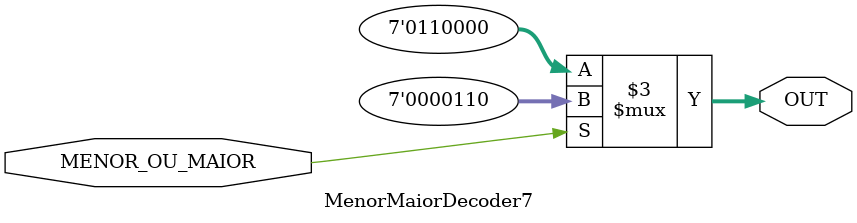
<source format=sv>
module MenorMaiorDecoder7 (
	input logic MENOR_OU_MAIOR,
	output logic [6:0] OUT
);

always_comb begin
	if (MENOR_OU_MAIOR)  OUT = 7'b0000110;
	else 						OUT = 7'b0110000;
end
endmodule

</source>
